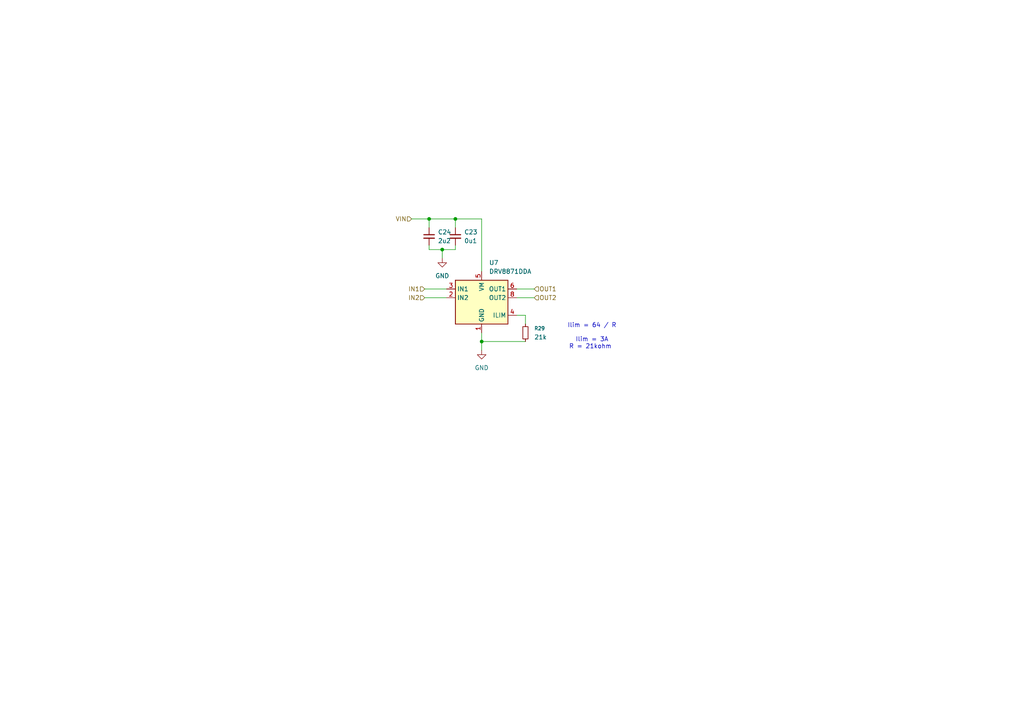
<source format=kicad_sch>
(kicad_sch (version 20250114) (generator "eeschema") (generator_version "9.0")
  (paper "A4")
  (lib_symbols
    (symbol "Device:C_Small" (pin_numbers (hide yes)) (pin_names (offset 0.254) (hide yes))
      (property "Reference" "C" (at 0.254 1.778 0))
      (property "Value" "C_Small" (at 0.254 -2.032 0))
      (symbol "C_Small_0_1"
        (polyline (pts (xy -1.524 0.508) (xy 1.524 0.508)) (stroke (width 0.3048)))
        (polyline (pts (xy -1.524 -0.508) (xy 1.524 -0.508)) (stroke (width 0.3302)))
      )
      (symbol "C_Small_1_1"
        (pin passive line (at 0 2.54 270) (length 2.032) (name "~") (number "1"))
        (pin passive line (at 0 -2.54 90) (length 2.032) (name "~") (number "2"))
      )
    )
    (symbol "Device:R_Small" (pin_numbers (hide yes)) (pin_names (offset 0.254) (hide yes))
      (property "Reference" "R" (at 0 0 90))
      (property "Value" "R_Small" (at 1.778 0 90))
      (symbol "R_Small_0_1"
        (rectangle (start -0.762 1.778) (end 0.762 -1.778) (stroke (width 0.2032)))
      )
      (symbol "R_Small_1_1"
        (pin passive line (at 0 2.54 270) (length 0.762) (name "~") (number "1"))
        (pin passive line (at 0 -2.54 90) (length 0.762) (name "~") (number "2"))
      )
    )
    (symbol "Driver_Motor:DRV8871DDA"
      (property "Reference" "U" (at -6.35 6.35 0))
      (property "Value" "DRV8871DDA" (at 8.89 6.35 0))
      (symbol "DRV8871DDA_0_1"
        (rectangle (start -7.62 5.08) (end 7.62 -7.62) (stroke (width 0.254)) (fill (type background)))
      )
      (symbol "DRV8871DDA_1_1"
        (pin input line (at -10.16 2.54 0) (length 2.54) (name "IN1") (number "3"))
        (pin input line (at -10.16 0 0) (length 2.54) (name "IN2") (number "2"))
        (pin power_in line (at 0 7.62 270) (length 2.54) (name "VM") (number "5"))
        (pin power_in line (at 0 -10.16 90) (length 2.54) (name "GND") (number "1"))
        (pin passive line (at 0 -10.16 90) (length 2.54) (hide yes) (name "GND") (number "7"))
        (pin passive line (at 0 -10.16 90) (length 2.54) (hide yes) (name "GND") (number "9"))
        (pin output line (at 10.16 2.54 180) (length 2.54) (name "OUT1") (number "6"))
        (pin output line (at 10.16 0 180) (length 2.54) (name "OUT2") (number "8"))
        (pin passive line (at 10.16 -5.08 180) (length 2.54) (name "ILIM") (number "4"))
      )
    )
    (symbol "power:GND" (power) (pin_numbers (hide yes)) (pin_names (offset 0) (hide yes))
      (property "Value" "GND" (at 0 -3.81 0))
      (symbol "GND_0_1"
        (polyline (pts (xy 0 0) (xy 0 -1.27) (xy 1.27 -1.27) (xy 0 -2.54) (xy -1.27 -1.27) (xy 0 -1.27)))
      )
      (symbol "GND_1_1"
        (pin power_in line (at 0 0 270) (length 0) (name "~") (number "1"))
      )
    )
  )
  (text "Ilim = 64 / R\n\nIlim = 3A\nR = 21kohm " (at 171.704 97.536 0) (effects (font (size 1.27 1.27))))
  (junction (at 132.08 63.5))
  (junction (at 139.7 99.06))
  (junction (at 124.46 63.5))
  (junction (at 128.27 72.39))
  (wire (pts (xy 132.08 66.04) (xy 132.08 63.5)))
  (wire (pts (xy 132.08 63.5) (xy 139.7 63.5)))
  (wire (pts (xy 124.46 72.39) (xy 128.27 72.39)))
  (wire (pts (xy 149.86 83.82) (xy 154.94 83.82)))
  (wire (pts (xy 128.27 72.39) (xy 128.27 74.93)))
  (wire (pts (xy 139.7 99.06) (xy 139.7 101.6)))
  (wire (pts (xy 124.46 71.12) (xy 124.46 72.39)))
  (wire (pts (xy 119.38 63.5) (xy 124.46 63.5)))
  (wire (pts (xy 139.7 96.52) (xy 139.7 99.06)))
  (wire (pts (xy 152.4 93.98) (xy 152.4 91.44)))
  (wire (pts (xy 152.4 91.44) (xy 149.86 91.44)))
  (wire (pts (xy 132.08 71.12) (xy 132.08 72.39)))
  (wire (pts (xy 124.46 63.5) (xy 124.46 66.04)))
  (wire (pts (xy 139.7 63.5) (xy 139.7 78.74)))
  (wire (pts (xy 132.08 63.5) (xy 124.46 63.5)))
  (wire (pts (xy 123.19 83.82) (xy 129.54 83.82)))
  (wire (pts (xy 123.19 86.36) (xy 129.54 86.36)))
  (wire (pts (xy 132.08 72.39) (xy 128.27 72.39)))
  (wire (pts (xy 139.7 99.06) (xy 152.4 99.06)))
  (wire (pts (xy 149.86 86.36) (xy 154.94 86.36)))
  (hierarchical_label "VIN" (shape input) (at 119.38 63.5 180))
  (hierarchical_label "IN2" (shape input) (at 123.19 86.36 180))
  (hierarchical_label "IN1" (shape input) (at 123.19 83.82 180))
  (hierarchical_label "OUT2" (shape input) (at 154.94 86.36 0))
  (hierarchical_label "OUT1" (shape input) (at 154.94 83.82 0))
  (symbol (lib_id "Device:R_Small") (at 152.4 96.52 0) (unit 1)
    (property "Reference" "R29" (at 154.94 95.2499 0) (effects (font (size 1.016 1.016)) (justify left)))
    (property "Value" "21k" (at 154.94 97.7899 0) (effects (justify left)))
    (property "Footprint" "Resistor_SMD:R_0603_1608Metric_Pad0.98x0.95mm_HandSolder" (effects (hide yes)))
    (property "Description" "Resistor, small symbol" (effects (hide yes)))
  )
  (symbol (lib_id "Device:C_Small") (at 132.08 68.58 0) (unit 1)
    (property "Reference" "C23" (at 134.62 67.3162 0) (effects (justify left)))
    (property "Value" "0u1" (at 134.62 69.8562 0) (effects (justify left)))
    (property "Footprint" "Capacitor_SMD:C_0603_1608Metric_Pad1.08x0.95mm_HandSolder" (effects (hide yes)))
    (property "Description" "Unpolarized capacitor, small symbol" (effects (hide yes)))
  )
  (symbol (lib_id "power:GND") (at 139.7 101.6 0) (unit 1)
    (property "Reference" "#PWR014" (effects (hide yes)))
    (property "Value" "GND" (at 139.7 106.68 0))
    (property "Description" "Power symbol creates a global label with name \"GND\" , ground" (effects (hide yes)))
  )
  (symbol (lib_id "Device:C_Small") (at 124.46 68.58 0) (unit 1)
    (property "Reference" "C24" (at 127 67.3162 0) (effects (justify left)))
    (property "Value" "2u2" (at 127 69.8562 0) (effects (justify left)))
    (property "Footprint" "Capacitor_SMD:C_0603_1608Metric_Pad1.08x0.95mm_HandSolder" (effects (hide yes)))
    (property "Description" "Unpolarized capacitor, small symbol" (effects (hide yes)))
  )
  (symbol (lib_id "Driver_Motor:DRV8871DDA") (at 139.7 86.36 0) (unit 1)
    (property "Reference" "U7" (at 141.8433 76.2 0) (effects (justify left)))
    (property "Value" "DRV8871DDA" (at 141.8433 78.74 0) (effects (justify left)))
    (property "Footprint" "Package_SO:Texas_HTSOP-8-1EP_3.9x4.9mm_P1.27mm_EP2.95x4.9mm_Mask2.4x3.1mm_ThermalVias" (effects (hide yes)))
    (property "Datasheet" "http://www.ti.com/lit/ds/symlink/drv8871.pdf" (effects (hide yes)))
    (property "Description" "Brushed DC Motor Driver, PWM Control, 45V, 3.6A, Current limiting, HTSOP-8" (effects (hide yes)))
  )
  (symbol (lib_id "power:GND") (at 128.27 74.93 0) (unit 1)
    (property "Reference" "#PWR015" (effects (hide yes)))
    (property "Value" "GND" (at 128.27 80.01 0))
    (property "Description" "Power symbol creates a global label with name \"GND\" , ground" (effects (hide yes)))
  )
)
</source>
